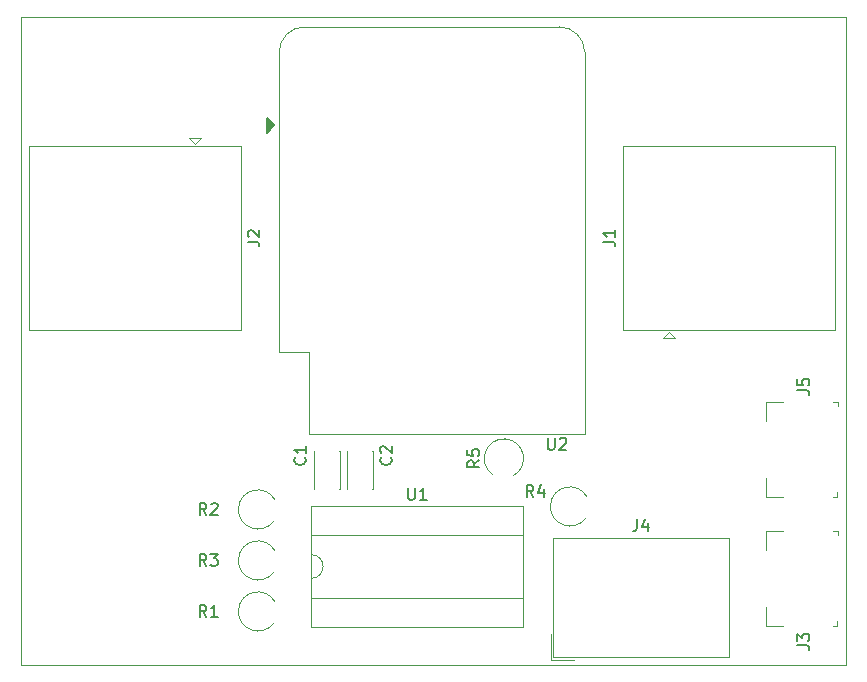
<source format=gbr>
%TF.GenerationSoftware,KiCad,Pcbnew,(5.1.4-0-10_14)*%
%TF.CreationDate,2019-12-20T01:32:49-08:00*%
%TF.ProjectId,DeskPCB,4465736b-5043-4422-9e6b-696361645f70,rev?*%
%TF.SameCoordinates,Original*%
%TF.FileFunction,Legend,Top*%
%TF.FilePolarity,Positive*%
%FSLAX46Y46*%
G04 Gerber Fmt 4.6, Leading zero omitted, Abs format (unit mm)*
G04 Created by KiCad (PCBNEW (5.1.4-0-10_14)) date 2019-12-20 01:32:49*
%MOMM*%
%LPD*%
G04 APERTURE LIST*
%ADD10C,0.050000*%
%ADD11C,0.120000*%
%ADD12C,0.150000*%
%ADD13C,0.100000*%
G04 APERTURE END LIST*
D10*
X108712000Y-92456000D02*
X38862000Y-92456000D01*
X38862000Y-92456000D02*
X38862000Y-37528500D01*
X108712000Y-37528500D02*
X108712000Y-92456000D01*
X38862000Y-37528500D02*
X108712000Y-37528500D01*
D11*
X53094000Y-47816000D02*
X53594000Y-48316000D01*
X54094000Y-47816000D02*
X53094000Y-47816000D01*
X53594000Y-48316000D02*
X54094000Y-47816000D01*
X39514000Y-48501000D02*
X39514000Y-64021000D01*
X57474000Y-64021000D02*
X39514000Y-64021000D01*
X57474000Y-64021000D02*
X57474000Y-48501000D01*
X57474000Y-48501000D02*
X39514000Y-48501000D01*
X63380000Y-78934000D02*
X63380000Y-89214000D01*
X81400000Y-78934000D02*
X63380000Y-78934000D01*
X81400000Y-89214000D02*
X81400000Y-78934000D01*
X63380000Y-89214000D02*
X81400000Y-89214000D01*
X63440000Y-81424000D02*
X63440000Y-83074000D01*
X81340000Y-81424000D02*
X63440000Y-81424000D01*
X81340000Y-86724000D02*
X81340000Y-81424000D01*
X63440000Y-86724000D02*
X81340000Y-86724000D01*
X63440000Y-85074000D02*
X63440000Y-86724000D01*
X63440000Y-83074000D02*
G75*
G02X63440000Y-85074000I0J-1000000D01*
G01*
X60272775Y-88855380D02*
G75*
G02X60381272Y-87084000I-1344775J971380D01*
G01*
X63270000Y-72856000D02*
X86590000Y-72856000D01*
X60730000Y-65956000D02*
X60730000Y-40526000D01*
X86590000Y-72856000D02*
X86590000Y-40526000D01*
X84470000Y-38396000D02*
X62860000Y-38396000D01*
D12*
G36*
X59690000Y-46101000D02*
G01*
X59690000Y-47371000D01*
X60325000Y-46736000D01*
X59690000Y-46101000D01*
G37*
X59690000Y-46101000D02*
X59690000Y-47371000D01*
X60325000Y-46736000D01*
X59690000Y-46101000D01*
D11*
X60730000Y-65956000D02*
X63270000Y-65956000D01*
X63270000Y-65956000D02*
X63270000Y-72856000D01*
X60730000Y-40526000D02*
G75*
G02X62860000Y-38396000I2130000J0D01*
G01*
X84460000Y-38396000D02*
G75*
G02X86590000Y-40526000I0J-2130000D01*
G01*
D13*
X101956000Y-89140000D02*
X103406000Y-89140000D01*
X101946000Y-89140000D02*
X101946000Y-87490000D01*
X101936000Y-81030000D02*
X101936000Y-82690000D01*
X101936000Y-81030000D02*
X103406000Y-81030000D01*
X107616000Y-89103324D02*
X107996000Y-89103324D01*
X107996000Y-89103324D02*
X107996000Y-88733324D01*
X107997848Y-81075092D02*
X107997848Y-81445092D01*
X107617848Y-81075092D02*
X107997848Y-81075092D01*
D11*
X83710000Y-92000000D02*
X85710000Y-92000000D01*
X83710000Y-89760000D02*
X83710000Y-92000000D01*
X98770000Y-81640000D02*
X98770000Y-91760000D01*
X83950000Y-81640000D02*
X83950000Y-91760000D01*
X83950000Y-91760000D02*
X98770000Y-91760000D01*
X83950000Y-81640000D02*
X98770000Y-81640000D01*
D13*
X101956000Y-78218000D02*
X103406000Y-78218000D01*
X101946000Y-78218000D02*
X101946000Y-76568000D01*
X101936000Y-70108000D02*
X101936000Y-71768000D01*
X101936000Y-70108000D02*
X103406000Y-70108000D01*
X107616000Y-78181324D02*
X107996000Y-78181324D01*
X107996000Y-78181324D02*
X107996000Y-77811324D01*
X107997848Y-70153092D02*
X107997848Y-70523092D01*
X107617848Y-70153092D02*
X107997848Y-70153092D01*
D11*
X78784620Y-76274775D02*
G75*
G02X80556000Y-76383272I971380J1344775D01*
G01*
X66509000Y-77546000D02*
X66444000Y-77546000D01*
X68684000Y-77546000D02*
X68619000Y-77546000D01*
X66509000Y-74306000D02*
X66444000Y-74306000D01*
X68684000Y-74306000D02*
X68619000Y-74306000D01*
X66444000Y-74306000D02*
X66444000Y-77546000D01*
X68684000Y-74306000D02*
X68684000Y-77546000D01*
X63650000Y-77546000D02*
X63650000Y-74306000D01*
X65890000Y-77546000D02*
X65890000Y-74306000D01*
X63650000Y-77546000D02*
X63715000Y-77546000D01*
X65825000Y-77546000D02*
X65890000Y-77546000D01*
X63650000Y-74306000D02*
X63715000Y-74306000D01*
X65825000Y-74306000D02*
X65890000Y-74306000D01*
X94226000Y-64706000D02*
X93726000Y-64206000D01*
X93226000Y-64706000D02*
X94226000Y-64706000D01*
X93726000Y-64206000D02*
X93226000Y-64706000D01*
X107806000Y-64021000D02*
X107806000Y-48501000D01*
X89846000Y-48501000D02*
X107806000Y-48501000D01*
X89846000Y-48501000D02*
X89846000Y-64021000D01*
X89846000Y-64021000D02*
X107806000Y-64021000D01*
X86688775Y-79965380D02*
G75*
G02X86797272Y-78194000I-1344775J971380D01*
G01*
X60272775Y-84537380D02*
G75*
G02X60381272Y-82766000I-1344775J971380D01*
G01*
X60272775Y-80219380D02*
G75*
G02X60381272Y-78448000I-1344775J971380D01*
G01*
D12*
X58046380Y-56594333D02*
X58760666Y-56594333D01*
X58903523Y-56641952D01*
X58998761Y-56737190D01*
X59046380Y-56880047D01*
X59046380Y-56975285D01*
X58141619Y-56165761D02*
X58094000Y-56118142D01*
X58046380Y-56022904D01*
X58046380Y-55784809D01*
X58094000Y-55689571D01*
X58141619Y-55641952D01*
X58236857Y-55594333D01*
X58332095Y-55594333D01*
X58474952Y-55641952D01*
X59046380Y-56213380D01*
X59046380Y-55594333D01*
X71628095Y-77430380D02*
X71628095Y-78239904D01*
X71675714Y-78335142D01*
X71723333Y-78382761D01*
X71818571Y-78430380D01*
X72009047Y-78430380D01*
X72104285Y-78382761D01*
X72151904Y-78335142D01*
X72199523Y-78239904D01*
X72199523Y-77430380D01*
X73199523Y-78430380D02*
X72628095Y-78430380D01*
X72913809Y-78430380D02*
X72913809Y-77430380D01*
X72818571Y-77573238D01*
X72723333Y-77668476D01*
X72628095Y-77716095D01*
X54570333Y-88336380D02*
X54237000Y-87860190D01*
X53998904Y-88336380D02*
X53998904Y-87336380D01*
X54379857Y-87336380D01*
X54475095Y-87384000D01*
X54522714Y-87431619D01*
X54570333Y-87526857D01*
X54570333Y-87669714D01*
X54522714Y-87764952D01*
X54475095Y-87812571D01*
X54379857Y-87860190D01*
X53998904Y-87860190D01*
X55522714Y-88336380D02*
X54951285Y-88336380D01*
X55237000Y-88336380D02*
X55237000Y-87336380D01*
X55141761Y-87479238D01*
X55046523Y-87574476D01*
X54951285Y-87622095D01*
X83468095Y-73188380D02*
X83468095Y-73997904D01*
X83515714Y-74093142D01*
X83563333Y-74140761D01*
X83658571Y-74188380D01*
X83849047Y-74188380D01*
X83944285Y-74140761D01*
X83991904Y-74093142D01*
X84039523Y-73997904D01*
X84039523Y-73188380D01*
X84468095Y-73283619D02*
X84515714Y-73236000D01*
X84610952Y-73188380D01*
X84849047Y-73188380D01*
X84944285Y-73236000D01*
X84991904Y-73283619D01*
X85039523Y-73378857D01*
X85039523Y-73474095D01*
X84991904Y-73616952D01*
X84420476Y-74188380D01*
X85039523Y-74188380D01*
X104608380Y-90757333D02*
X105322666Y-90757333D01*
X105465523Y-90804952D01*
X105560761Y-90900190D01*
X105608380Y-91043047D01*
X105608380Y-91138285D01*
X104608380Y-90376380D02*
X104608380Y-89757333D01*
X104989333Y-90090666D01*
X104989333Y-89947809D01*
X105036952Y-89852571D01*
X105084571Y-89804952D01*
X105179809Y-89757333D01*
X105417904Y-89757333D01*
X105513142Y-89804952D01*
X105560761Y-89852571D01*
X105608380Y-89947809D01*
X105608380Y-90233523D01*
X105560761Y-90328761D01*
X105513142Y-90376380D01*
X91026666Y-80092380D02*
X91026666Y-80806666D01*
X90979047Y-80949523D01*
X90883809Y-81044761D01*
X90740952Y-81092380D01*
X90645714Y-81092380D01*
X91931428Y-80425714D02*
X91931428Y-81092380D01*
X91693333Y-80044761D02*
X91455238Y-80759047D01*
X92074285Y-80759047D01*
X104608380Y-69167333D02*
X105322666Y-69167333D01*
X105465523Y-69214952D01*
X105560761Y-69310190D01*
X105608380Y-69453047D01*
X105608380Y-69548285D01*
X104608380Y-68214952D02*
X104608380Y-68691142D01*
X105084571Y-68738761D01*
X105036952Y-68691142D01*
X104989333Y-68595904D01*
X104989333Y-68357809D01*
X105036952Y-68262571D01*
X105084571Y-68214952D01*
X105179809Y-68167333D01*
X105417904Y-68167333D01*
X105513142Y-68214952D01*
X105560761Y-68262571D01*
X105608380Y-68357809D01*
X105608380Y-68595904D01*
X105560761Y-68691142D01*
X105513142Y-68738761D01*
X77668380Y-75096666D02*
X77192190Y-75430000D01*
X77668380Y-75668095D02*
X76668380Y-75668095D01*
X76668380Y-75287142D01*
X76716000Y-75191904D01*
X76763619Y-75144285D01*
X76858857Y-75096666D01*
X77001714Y-75096666D01*
X77096952Y-75144285D01*
X77144571Y-75191904D01*
X77192190Y-75287142D01*
X77192190Y-75668095D01*
X76668380Y-74191904D02*
X76668380Y-74668095D01*
X77144571Y-74715714D01*
X77096952Y-74668095D01*
X77049333Y-74572857D01*
X77049333Y-74334761D01*
X77096952Y-74239523D01*
X77144571Y-74191904D01*
X77239809Y-74144285D01*
X77477904Y-74144285D01*
X77573142Y-74191904D01*
X77620761Y-74239523D01*
X77668380Y-74334761D01*
X77668380Y-74572857D01*
X77620761Y-74668095D01*
X77573142Y-74715714D01*
X70171142Y-74842666D02*
X70218761Y-74890285D01*
X70266380Y-75033142D01*
X70266380Y-75128380D01*
X70218761Y-75271238D01*
X70123523Y-75366476D01*
X70028285Y-75414095D01*
X69837809Y-75461714D01*
X69694952Y-75461714D01*
X69504476Y-75414095D01*
X69409238Y-75366476D01*
X69314000Y-75271238D01*
X69266380Y-75128380D01*
X69266380Y-75033142D01*
X69314000Y-74890285D01*
X69361619Y-74842666D01*
X69361619Y-74461714D02*
X69314000Y-74414095D01*
X69266380Y-74318857D01*
X69266380Y-74080761D01*
X69314000Y-73985523D01*
X69361619Y-73937904D01*
X69456857Y-73890285D01*
X69552095Y-73890285D01*
X69694952Y-73937904D01*
X70266380Y-74509333D01*
X70266380Y-73890285D01*
X62904642Y-74842666D02*
X62952261Y-74890285D01*
X62999880Y-75033142D01*
X62999880Y-75128380D01*
X62952261Y-75271238D01*
X62857023Y-75366476D01*
X62761785Y-75414095D01*
X62571309Y-75461714D01*
X62428452Y-75461714D01*
X62237976Y-75414095D01*
X62142738Y-75366476D01*
X62047500Y-75271238D01*
X61999880Y-75128380D01*
X61999880Y-75033142D01*
X62047500Y-74890285D01*
X62095119Y-74842666D01*
X62999880Y-73890285D02*
X62999880Y-74461714D01*
X62999880Y-74176000D02*
X61999880Y-74176000D01*
X62142738Y-74271238D01*
X62237976Y-74366476D01*
X62285595Y-74461714D01*
X88178380Y-56594333D02*
X88892666Y-56594333D01*
X89035523Y-56641952D01*
X89130761Y-56737190D01*
X89178380Y-56880047D01*
X89178380Y-56975285D01*
X89178380Y-55594333D02*
X89178380Y-56165761D01*
X89178380Y-55880047D02*
X88178380Y-55880047D01*
X88321238Y-55975285D01*
X88416476Y-56070523D01*
X88464095Y-56165761D01*
X82256333Y-78176380D02*
X81923000Y-77700190D01*
X81684904Y-78176380D02*
X81684904Y-77176380D01*
X82065857Y-77176380D01*
X82161095Y-77224000D01*
X82208714Y-77271619D01*
X82256333Y-77366857D01*
X82256333Y-77509714D01*
X82208714Y-77604952D01*
X82161095Y-77652571D01*
X82065857Y-77700190D01*
X81684904Y-77700190D01*
X83113476Y-77509714D02*
X83113476Y-78176380D01*
X82875380Y-77128761D02*
X82637285Y-77843047D01*
X83256333Y-77843047D01*
X54570333Y-84018380D02*
X54237000Y-83542190D01*
X53998904Y-84018380D02*
X53998904Y-83018380D01*
X54379857Y-83018380D01*
X54475095Y-83066000D01*
X54522714Y-83113619D01*
X54570333Y-83208857D01*
X54570333Y-83351714D01*
X54522714Y-83446952D01*
X54475095Y-83494571D01*
X54379857Y-83542190D01*
X53998904Y-83542190D01*
X54903666Y-83018380D02*
X55522714Y-83018380D01*
X55189380Y-83399333D01*
X55332238Y-83399333D01*
X55427476Y-83446952D01*
X55475095Y-83494571D01*
X55522714Y-83589809D01*
X55522714Y-83827904D01*
X55475095Y-83923142D01*
X55427476Y-83970761D01*
X55332238Y-84018380D01*
X55046523Y-84018380D01*
X54951285Y-83970761D01*
X54903666Y-83923142D01*
X54570333Y-79700380D02*
X54237000Y-79224190D01*
X53998904Y-79700380D02*
X53998904Y-78700380D01*
X54379857Y-78700380D01*
X54475095Y-78748000D01*
X54522714Y-78795619D01*
X54570333Y-78890857D01*
X54570333Y-79033714D01*
X54522714Y-79128952D01*
X54475095Y-79176571D01*
X54379857Y-79224190D01*
X53998904Y-79224190D01*
X54951285Y-78795619D02*
X54998904Y-78748000D01*
X55094142Y-78700380D01*
X55332238Y-78700380D01*
X55427476Y-78748000D01*
X55475095Y-78795619D01*
X55522714Y-78890857D01*
X55522714Y-78986095D01*
X55475095Y-79128952D01*
X54903666Y-79700380D01*
X55522714Y-79700380D01*
M02*

</source>
